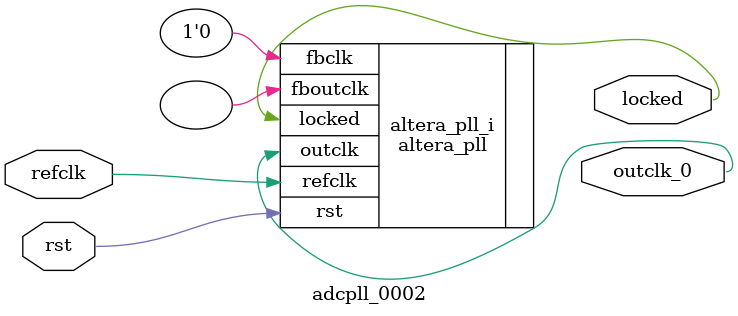
<source format=v>
`timescale 1ns/10ps
module  adcpll_0002(

	// interface 'refclk'
	input wire refclk,

	// interface 'reset'
	input wire rst,

	// interface 'outclk0'
	output wire outclk_0,

	// interface 'locked'
	output wire locked
);

	altera_pll #(
		.fractional_vco_multiplier("false"),
		.reference_clock_frequency("50.0 MHz"),
		.operation_mode("direct"),
		.number_of_clocks(1),
		.output_clock_frequency0("40.000000 MHz"),
		.phase_shift0("0 ps"),
		.duty_cycle0(50),
		.output_clock_frequency1("0 MHz"),
		.phase_shift1("0 ps"),
		.duty_cycle1(50),
		.output_clock_frequency2("0 MHz"),
		.phase_shift2("0 ps"),
		.duty_cycle2(50),
		.output_clock_frequency3("0 MHz"),
		.phase_shift3("0 ps"),
		.duty_cycle3(50),
		.output_clock_frequency4("0 MHz"),
		.phase_shift4("0 ps"),
		.duty_cycle4(50),
		.output_clock_frequency5("0 MHz"),
		.phase_shift5("0 ps"),
		.duty_cycle5(50),
		.output_clock_frequency6("0 MHz"),
		.phase_shift6("0 ps"),
		.duty_cycle6(50),
		.output_clock_frequency7("0 MHz"),
		.phase_shift7("0 ps"),
		.duty_cycle7(50),
		.output_clock_frequency8("0 MHz"),
		.phase_shift8("0 ps"),
		.duty_cycle8(50),
		.output_clock_frequency9("0 MHz"),
		.phase_shift9("0 ps"),
		.duty_cycle9(50),
		.output_clock_frequency10("0 MHz"),
		.phase_shift10("0 ps"),
		.duty_cycle10(50),
		.output_clock_frequency11("0 MHz"),
		.phase_shift11("0 ps"),
		.duty_cycle11(50),
		.output_clock_frequency12("0 MHz"),
		.phase_shift12("0 ps"),
		.duty_cycle12(50),
		.output_clock_frequency13("0 MHz"),
		.phase_shift13("0 ps"),
		.duty_cycle13(50),
		.output_clock_frequency14("0 MHz"),
		.phase_shift14("0 ps"),
		.duty_cycle14(50),
		.output_clock_frequency15("0 MHz"),
		.phase_shift15("0 ps"),
		.duty_cycle15(50),
		.output_clock_frequency16("0 MHz"),
		.phase_shift16("0 ps"),
		.duty_cycle16(50),
		.output_clock_frequency17("0 MHz"),
		.phase_shift17("0 ps"),
		.duty_cycle17(50),
		.pll_type("General"),
		.pll_subtype("General")
	) altera_pll_i (
		.rst	(rst),
		.outclk	({outclk_0}),
		.locked	(locked),
		.fboutclk	( ),
		.fbclk	(1'b0),
		.refclk	(refclk)
	);
endmodule


</source>
